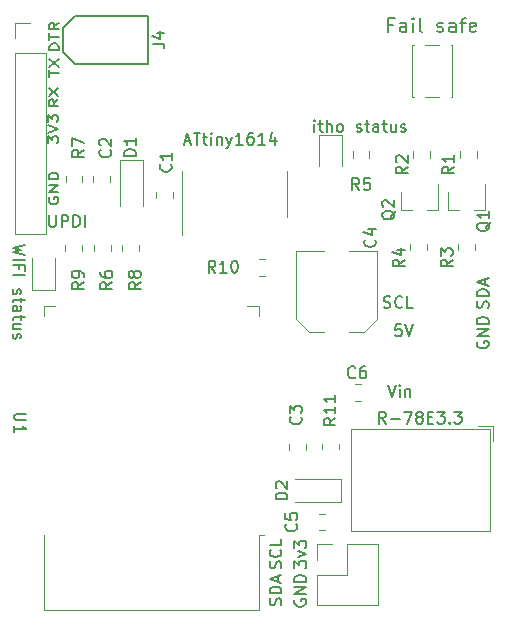
<source format=gto>
G04 #@! TF.GenerationSoftware,KiCad,Pcbnew,(5.1.9-0-10_14)*
G04 #@! TF.CreationDate,2021-08-21T21:39:00+02:00*
G04 #@! TF.ProjectId,ithowifi_4l,6974686f-7769-4666-995f-346c2e6b6963,rev?*
G04 #@! TF.SameCoordinates,Original*
G04 #@! TF.FileFunction,Legend,Top*
G04 #@! TF.FilePolarity,Positive*
%FSLAX46Y46*%
G04 Gerber Fmt 4.6, Leading zero omitted, Abs format (unit mm)*
G04 Created by KiCad (PCBNEW (5.1.9-0-10_14)) date 2021-08-21 21:39:00*
%MOMM*%
%LPD*%
G01*
G04 APERTURE LIST*
%ADD10C,0.150000*%
%ADD11C,0.120000*%
G04 APERTURE END LIST*
D10*
X117141523Y-132020380D02*
X116665333Y-132020380D01*
X116617714Y-132496571D01*
X116665333Y-132448952D01*
X116760571Y-132401333D01*
X116998666Y-132401333D01*
X117093904Y-132448952D01*
X117141523Y-132496571D01*
X117189142Y-132591809D01*
X117189142Y-132829904D01*
X117141523Y-132925142D01*
X117093904Y-132972761D01*
X116998666Y-133020380D01*
X116760571Y-133020380D01*
X116665333Y-132972761D01*
X116617714Y-132925142D01*
X117474857Y-132020380D02*
X117808190Y-133020380D01*
X118141523Y-132020380D01*
X108084380Y-152658476D02*
X108084380Y-152039428D01*
X108465333Y-152372761D01*
X108465333Y-152229904D01*
X108512952Y-152134666D01*
X108560571Y-152087047D01*
X108655809Y-152039428D01*
X108893904Y-152039428D01*
X108989142Y-152087047D01*
X109036761Y-152134666D01*
X109084380Y-152229904D01*
X109084380Y-152515619D01*
X109036761Y-152610857D01*
X108989142Y-152658476D01*
X108417714Y-151706095D02*
X109084380Y-151468000D01*
X108417714Y-151229904D01*
X108084380Y-150944190D02*
X108084380Y-150325142D01*
X108465333Y-150658476D01*
X108465333Y-150515619D01*
X108512952Y-150420380D01*
X108560571Y-150372761D01*
X108655809Y-150325142D01*
X108893904Y-150325142D01*
X108989142Y-150372761D01*
X109036761Y-150420380D01*
X109084380Y-150515619D01*
X109084380Y-150801333D01*
X109036761Y-150896571D01*
X108989142Y-150944190D01*
X108132000Y-155329904D02*
X108084380Y-155425142D01*
X108084380Y-155568000D01*
X108132000Y-155710857D01*
X108227238Y-155806095D01*
X108322476Y-155853714D01*
X108512952Y-155901333D01*
X108655809Y-155901333D01*
X108846285Y-155853714D01*
X108941523Y-155806095D01*
X109036761Y-155710857D01*
X109084380Y-155568000D01*
X109084380Y-155472761D01*
X109036761Y-155329904D01*
X108989142Y-155282285D01*
X108655809Y-155282285D01*
X108655809Y-155472761D01*
X109084380Y-154853714D02*
X108084380Y-154853714D01*
X109084380Y-154282285D01*
X108084380Y-154282285D01*
X109084380Y-153806095D02*
X108084380Y-153806095D01*
X108084380Y-153568000D01*
X108132000Y-153425142D01*
X108227238Y-153329904D01*
X108322476Y-153282285D01*
X108512952Y-153234666D01*
X108655809Y-153234666D01*
X108846285Y-153282285D01*
X108941523Y-153329904D01*
X109036761Y-153425142D01*
X109084380Y-153568000D01*
X109084380Y-153806095D01*
X106936761Y-155782285D02*
X106984380Y-155639428D01*
X106984380Y-155401333D01*
X106936761Y-155306095D01*
X106889142Y-155258476D01*
X106793904Y-155210857D01*
X106698666Y-155210857D01*
X106603428Y-155258476D01*
X106555809Y-155306095D01*
X106508190Y-155401333D01*
X106460571Y-155591809D01*
X106412952Y-155687047D01*
X106365333Y-155734666D01*
X106270095Y-155782285D01*
X106174857Y-155782285D01*
X106079619Y-155734666D01*
X106032000Y-155687047D01*
X105984380Y-155591809D01*
X105984380Y-155353714D01*
X106032000Y-155210857D01*
X106984380Y-154782285D02*
X105984380Y-154782285D01*
X105984380Y-154544190D01*
X106032000Y-154401333D01*
X106127238Y-154306095D01*
X106222476Y-154258476D01*
X106412952Y-154210857D01*
X106555809Y-154210857D01*
X106746285Y-154258476D01*
X106841523Y-154306095D01*
X106936761Y-154401333D01*
X106984380Y-154544190D01*
X106984380Y-154782285D01*
X106698666Y-153829904D02*
X106698666Y-153353714D01*
X106984380Y-153925142D02*
X105984380Y-153591809D01*
X106984380Y-153258476D01*
X106936761Y-152658476D02*
X106984380Y-152515619D01*
X106984380Y-152277523D01*
X106936761Y-152182285D01*
X106889142Y-152134666D01*
X106793904Y-152087047D01*
X106698666Y-152087047D01*
X106603428Y-152134666D01*
X106555809Y-152182285D01*
X106508190Y-152277523D01*
X106460571Y-152468000D01*
X106412952Y-152563238D01*
X106365333Y-152610857D01*
X106270095Y-152658476D01*
X106174857Y-152658476D01*
X106079619Y-152610857D01*
X106032000Y-152563238D01*
X105984380Y-152468000D01*
X105984380Y-152229904D01*
X106032000Y-152087047D01*
X106889142Y-151087047D02*
X106936761Y-151134666D01*
X106984380Y-151277523D01*
X106984380Y-151372761D01*
X106936761Y-151515619D01*
X106841523Y-151610857D01*
X106746285Y-151658476D01*
X106555809Y-151706095D01*
X106412952Y-151706095D01*
X106222476Y-151658476D01*
X106127238Y-151610857D01*
X106032000Y-151515619D01*
X105984380Y-151372761D01*
X105984380Y-151277523D01*
X106032000Y-151134666D01*
X106079619Y-151087047D01*
X106984380Y-150182285D02*
X106984380Y-150658476D01*
X105984380Y-150658476D01*
X87331600Y-121259504D02*
X87293504Y-121354742D01*
X87293504Y-121497600D01*
X87331600Y-121640457D01*
X87407790Y-121735695D01*
X87483980Y-121783314D01*
X87636361Y-121830933D01*
X87750647Y-121830933D01*
X87903028Y-121783314D01*
X87979219Y-121735695D01*
X88055409Y-121640457D01*
X88093504Y-121497600D01*
X88093504Y-121402361D01*
X88055409Y-121259504D01*
X88017314Y-121211885D01*
X87750647Y-121211885D01*
X87750647Y-121402361D01*
X88093504Y-120783314D02*
X87293504Y-120783314D01*
X88093504Y-120211885D01*
X87293504Y-120211885D01*
X88093504Y-119735695D02*
X87293504Y-119735695D01*
X87293504Y-119497600D01*
X87331600Y-119354742D01*
X87407790Y-119259504D01*
X87483980Y-119211885D01*
X87636361Y-119164266D01*
X87750647Y-119164266D01*
X87903028Y-119211885D01*
X87979219Y-119259504D01*
X88055409Y-119354742D01*
X88093504Y-119497600D01*
X88093504Y-119735695D01*
X87268104Y-116681095D02*
X87268104Y-116062047D01*
X87572866Y-116395380D01*
X87572866Y-116252523D01*
X87610961Y-116157285D01*
X87649057Y-116109666D01*
X87725247Y-116062047D01*
X87915723Y-116062047D01*
X87991914Y-116109666D01*
X88030009Y-116157285D01*
X88068104Y-116252523D01*
X88068104Y-116538238D01*
X88030009Y-116633476D01*
X87991914Y-116681095D01*
X87268104Y-115776333D02*
X88068104Y-115443000D01*
X87268104Y-115109666D01*
X87268104Y-114871571D02*
X87268104Y-114252523D01*
X87572866Y-114585857D01*
X87572866Y-114443000D01*
X87610961Y-114347761D01*
X87649057Y-114300142D01*
X87725247Y-114252523D01*
X87915723Y-114252523D01*
X87991914Y-114300142D01*
X88030009Y-114347761D01*
X88068104Y-114443000D01*
X88068104Y-114728714D01*
X88030009Y-114823952D01*
X87991914Y-114871571D01*
X87325390Y-122769380D02*
X87325390Y-123578904D01*
X87373009Y-123674142D01*
X87420628Y-123721761D01*
X87515866Y-123769380D01*
X87706342Y-123769380D01*
X87801580Y-123721761D01*
X87849200Y-123674142D01*
X87896819Y-123578904D01*
X87896819Y-122769380D01*
X88373009Y-123769380D02*
X88373009Y-122769380D01*
X88753961Y-122769380D01*
X88849200Y-122817000D01*
X88896819Y-122864619D01*
X88944438Y-122959857D01*
X88944438Y-123102714D01*
X88896819Y-123197952D01*
X88849200Y-123245571D01*
X88753961Y-123293190D01*
X88373009Y-123293190D01*
X89373009Y-123769380D02*
X89373009Y-122769380D01*
X89611104Y-122769380D01*
X89753961Y-122817000D01*
X89849200Y-122912238D01*
X89896819Y-123007476D01*
X89944438Y-123197952D01*
X89944438Y-123340809D01*
X89896819Y-123531285D01*
X89849200Y-123626523D01*
X89753961Y-123721761D01*
X89611104Y-123769380D01*
X89373009Y-123769380D01*
X90373009Y-123769380D02*
X90373009Y-122769380D01*
X88093504Y-112968066D02*
X87712552Y-113301400D01*
X88093504Y-113539495D02*
X87293504Y-113539495D01*
X87293504Y-113158542D01*
X87331600Y-113063304D01*
X87369695Y-113015685D01*
X87445885Y-112968066D01*
X87560171Y-112968066D01*
X87636361Y-113015685D01*
X87674457Y-113063304D01*
X87712552Y-113158542D01*
X87712552Y-113539495D01*
X87293504Y-112634733D02*
X88093504Y-111968066D01*
X87293504Y-111968066D02*
X88093504Y-112634733D01*
X87318904Y-111048704D02*
X87318904Y-110477276D01*
X88118904Y-110762990D02*
X87318904Y-110762990D01*
X87318904Y-110239180D02*
X88118904Y-109572514D01*
X87318904Y-109572514D02*
X88118904Y-110239180D01*
X88144304Y-108788057D02*
X87344304Y-108788057D01*
X87344304Y-108549961D01*
X87382400Y-108407104D01*
X87458590Y-108311866D01*
X87534780Y-108264247D01*
X87687161Y-108216628D01*
X87801447Y-108216628D01*
X87953828Y-108264247D01*
X88030019Y-108311866D01*
X88106209Y-108407104D01*
X88144304Y-108549961D01*
X88144304Y-108788057D01*
X87344304Y-107930914D02*
X87344304Y-107359485D01*
X88144304Y-107645200D02*
X87344304Y-107645200D01*
X88144304Y-106454723D02*
X87763352Y-106788057D01*
X88144304Y-107026152D02*
X87344304Y-107026152D01*
X87344304Y-106645200D01*
X87382400Y-106549961D01*
X87420495Y-106502342D01*
X87496685Y-106454723D01*
X87610971Y-106454723D01*
X87687161Y-106502342D01*
X87725257Y-106549961D01*
X87763352Y-106645200D01*
X87763352Y-107026152D01*
X116008190Y-137120380D02*
X116341523Y-138120380D01*
X116674857Y-137120380D01*
X117008190Y-138120380D02*
X117008190Y-137453714D01*
X117008190Y-137120380D02*
X116960571Y-137168000D01*
X117008190Y-137215619D01*
X117055809Y-137168000D01*
X117008190Y-137120380D01*
X117008190Y-137215619D01*
X117484380Y-137453714D02*
X117484380Y-138120380D01*
X117484380Y-137548952D02*
X117532000Y-137501333D01*
X117627238Y-137453714D01*
X117770095Y-137453714D01*
X117865333Y-137501333D01*
X117912952Y-137596571D01*
X117912952Y-138120380D01*
X123579000Y-133476904D02*
X123531380Y-133572142D01*
X123531380Y-133715000D01*
X123579000Y-133857857D01*
X123674238Y-133953095D01*
X123769476Y-134000714D01*
X123959952Y-134048333D01*
X124102809Y-134048333D01*
X124293285Y-134000714D01*
X124388523Y-133953095D01*
X124483761Y-133857857D01*
X124531380Y-133715000D01*
X124531380Y-133619761D01*
X124483761Y-133476904D01*
X124436142Y-133429285D01*
X124102809Y-133429285D01*
X124102809Y-133619761D01*
X124531380Y-133000714D02*
X123531380Y-133000714D01*
X124531380Y-132429285D01*
X123531380Y-132429285D01*
X124531380Y-131953095D02*
X123531380Y-131953095D01*
X123531380Y-131715000D01*
X123579000Y-131572142D01*
X123674238Y-131476904D01*
X123769476Y-131429285D01*
X123959952Y-131381666D01*
X124102809Y-131381666D01*
X124293285Y-131429285D01*
X124388523Y-131476904D01*
X124483761Y-131572142D01*
X124531380Y-131715000D01*
X124531380Y-131953095D01*
X115649523Y-130579761D02*
X115792380Y-130627380D01*
X116030476Y-130627380D01*
X116125714Y-130579761D01*
X116173333Y-130532142D01*
X116220952Y-130436904D01*
X116220952Y-130341666D01*
X116173333Y-130246428D01*
X116125714Y-130198809D01*
X116030476Y-130151190D01*
X115840000Y-130103571D01*
X115744761Y-130055952D01*
X115697142Y-130008333D01*
X115649523Y-129913095D01*
X115649523Y-129817857D01*
X115697142Y-129722619D01*
X115744761Y-129675000D01*
X115840000Y-129627380D01*
X116078095Y-129627380D01*
X116220952Y-129675000D01*
X117220952Y-130532142D02*
X117173333Y-130579761D01*
X117030476Y-130627380D01*
X116935238Y-130627380D01*
X116792380Y-130579761D01*
X116697142Y-130484523D01*
X116649523Y-130389285D01*
X116601904Y-130198809D01*
X116601904Y-130055952D01*
X116649523Y-129865476D01*
X116697142Y-129770238D01*
X116792380Y-129675000D01*
X116935238Y-129627380D01*
X117030476Y-129627380D01*
X117173333Y-129675000D01*
X117220952Y-129722619D01*
X118125714Y-130627380D02*
X117649523Y-130627380D01*
X117649523Y-129627380D01*
X124483761Y-130627285D02*
X124531380Y-130484428D01*
X124531380Y-130246333D01*
X124483761Y-130151095D01*
X124436142Y-130103476D01*
X124340904Y-130055857D01*
X124245666Y-130055857D01*
X124150428Y-130103476D01*
X124102809Y-130151095D01*
X124055190Y-130246333D01*
X124007571Y-130436809D01*
X123959952Y-130532047D01*
X123912333Y-130579666D01*
X123817095Y-130627285D01*
X123721857Y-130627285D01*
X123626619Y-130579666D01*
X123579000Y-130532047D01*
X123531380Y-130436809D01*
X123531380Y-130198714D01*
X123579000Y-130055857D01*
X124531380Y-129627285D02*
X123531380Y-129627285D01*
X123531380Y-129389190D01*
X123579000Y-129246333D01*
X123674238Y-129151095D01*
X123769476Y-129103476D01*
X123959952Y-129055857D01*
X124102809Y-129055857D01*
X124293285Y-129103476D01*
X124388523Y-129151095D01*
X124483761Y-129246333D01*
X124531380Y-129389190D01*
X124531380Y-129627285D01*
X124245666Y-128674904D02*
X124245666Y-128198714D01*
X124531380Y-128770142D02*
X123531380Y-128436809D01*
X124531380Y-128103476D01*
D11*
X118177000Y-108343000D02*
X118057000Y-108343000D01*
X120327000Y-108343000D02*
X119187000Y-108343000D01*
X121457000Y-108343000D02*
X121337000Y-108343000D01*
X121457000Y-112743000D02*
X121457000Y-108343000D01*
X121337000Y-112743000D02*
X121457000Y-112743000D01*
X119187000Y-112743000D02*
X120327000Y-112743000D01*
X118057000Y-112743000D02*
X118177000Y-112743000D01*
X118057000Y-108343000D02*
X118057000Y-112743000D01*
X111906500Y-142604564D02*
X111906500Y-142150436D01*
X110436500Y-142604564D02*
X110436500Y-142150436D01*
X112025500Y-147084000D02*
X108125500Y-147084000D01*
X112025500Y-145084000D02*
X108125500Y-145084000D01*
X112025500Y-147084000D02*
X112025500Y-145084000D01*
X95280500Y-118116500D02*
X95280500Y-122016500D01*
X93280500Y-118116500D02*
X93280500Y-122016500D01*
X95280500Y-118116500D02*
X93280500Y-118116500D01*
X109112500Y-142662252D02*
X109112500Y-142139748D01*
X107642500Y-142662252D02*
X107642500Y-142139748D01*
X113743252Y-137033000D02*
X113220748Y-137033000D01*
X113743252Y-138503000D02*
X113220748Y-138503000D01*
X113977563Y-132640500D02*
X115042000Y-131576063D01*
X109286437Y-132640500D02*
X108222000Y-131576063D01*
X109286437Y-132640500D02*
X110572000Y-132640500D01*
X113977563Y-132640500D02*
X112692000Y-132640500D01*
X115042000Y-131576063D02*
X115042000Y-125820500D01*
X108222000Y-131576063D02*
X108222000Y-125820500D01*
X108222000Y-125820500D02*
X110572000Y-125820500D01*
X115042000Y-125820500D02*
X112692000Y-125820500D01*
X109962000Y-150598000D02*
X111292000Y-150598000D01*
X109962000Y-151928000D02*
X109962000Y-150598000D01*
X112562000Y-150598000D02*
X115162000Y-150598000D01*
X112562000Y-153198000D02*
X112562000Y-150598000D01*
X109962000Y-153198000D02*
X112562000Y-153198000D01*
X115162000Y-150598000D02*
X115162000Y-155798000D01*
X109962000Y-153198000D02*
X109962000Y-155798000D01*
X109962000Y-155798000D02*
X115162000Y-155798000D01*
X107467600Y-120966000D02*
X107467600Y-119016000D01*
X107467600Y-120966000D02*
X107467600Y-122916000D01*
X98597600Y-120966000D02*
X98597600Y-119016000D01*
X98597600Y-120966000D02*
X98597600Y-124416000D01*
D10*
X95719000Y-109933400D02*
X95719000Y-105869400D01*
X95719000Y-105869400D02*
X89496000Y-105869400D01*
X89496000Y-105869400D02*
X88480000Y-106885400D01*
X88480000Y-106885400D02*
X88480000Y-108917400D01*
X88480000Y-108917400D02*
X89496000Y-109933400D01*
X89496000Y-109933400D02*
X95719000Y-109933400D01*
D11*
X105097600Y-149805400D02*
X105477600Y-149805400D01*
X105097600Y-156225400D02*
X105097600Y-149805400D01*
X86857600Y-156225400D02*
X86857600Y-149805400D01*
X105097600Y-156225400D02*
X86857600Y-156225400D01*
X86857600Y-130480400D02*
X87857600Y-130480400D01*
X86857600Y-131260400D02*
X86857600Y-130480400D01*
X105097600Y-130480400D02*
X104097600Y-130480400D01*
X105097600Y-131260400D02*
X105097600Y-130480400D01*
X105110922Y-127878000D02*
X105628078Y-127878000D01*
X105110922Y-126458000D02*
X105628078Y-126458000D01*
X87828000Y-129089100D02*
X87828000Y-126404100D01*
X85908000Y-129089100D02*
X87828000Y-129089100D01*
X85908000Y-126404100D02*
X85908000Y-129089100D01*
X88698000Y-125265922D02*
X88698000Y-125783078D01*
X90118000Y-125265922D02*
X90118000Y-125783078D01*
X94944000Y-125783078D02*
X94944000Y-125265922D01*
X93524000Y-125783078D02*
X93524000Y-125265922D01*
X90142000Y-119989078D02*
X90142000Y-119471922D01*
X88722000Y-119989078D02*
X88722000Y-119471922D01*
X84395000Y-106467600D02*
X85725000Y-106467600D01*
X84395000Y-107797600D02*
X84395000Y-106467600D01*
X84395000Y-109067600D02*
X87055000Y-109067600D01*
X87055000Y-109067600D02*
X87055000Y-124367600D01*
X84395000Y-109067600D02*
X84395000Y-124367600D01*
X84395000Y-124367600D02*
X87055000Y-124367600D01*
X110178322Y-149461000D02*
X110695478Y-149461000D01*
X110178322Y-148041000D02*
X110695478Y-148041000D01*
X92442000Y-119964078D02*
X92442000Y-119446922D01*
X91022000Y-119964078D02*
X91022000Y-119446922D01*
X110172000Y-115945500D02*
X110172000Y-118630500D01*
X112092000Y-115945500D02*
X110172000Y-115945500D01*
X112092000Y-118630500D02*
X112092000Y-115945500D01*
X91111000Y-125783078D02*
X91111000Y-125265922D01*
X92531000Y-125783078D02*
X92531000Y-125265922D01*
X113022000Y-117371922D02*
X113022000Y-117889078D01*
X114442000Y-117371922D02*
X114442000Y-117889078D01*
X117908000Y-125202422D02*
X117908000Y-125719578D01*
X119328000Y-125202422D02*
X119328000Y-125719578D01*
X121972000Y-125202422D02*
X121972000Y-125719578D01*
X123392000Y-125202422D02*
X123392000Y-125719578D01*
X118162000Y-117365822D02*
X118162000Y-117882978D01*
X119582000Y-117365822D02*
X119582000Y-117882978D01*
X123569800Y-117882978D02*
X123569800Y-117365822D01*
X122149800Y-117882978D02*
X122149800Y-117365822D01*
X96404400Y-121312678D02*
X96404400Y-120795522D01*
X97824400Y-121312678D02*
X97824400Y-120795522D01*
X117078600Y-122299000D02*
X117078600Y-120839000D01*
X120238600Y-122299000D02*
X120238600Y-120139000D01*
X120238600Y-122299000D02*
X119308600Y-122299000D01*
X117078600Y-122299000D02*
X118008600Y-122299000D01*
X121076600Y-122299000D02*
X121076600Y-120839000D01*
X124236600Y-122299000D02*
X124236600Y-120139000D01*
X124236600Y-122299000D02*
X123306600Y-122299000D01*
X121076600Y-122299000D02*
X122006600Y-122299000D01*
X124870600Y-140651200D02*
X123630600Y-140651200D01*
X124870600Y-141891200D02*
X124870600Y-140651200D01*
X112909600Y-149511200D02*
X112909600Y-140891200D01*
X124630600Y-149511200D02*
X124630600Y-140891200D01*
X124630600Y-140891200D02*
X112909600Y-140891200D01*
X124630600Y-149511200D02*
X112909600Y-149511200D01*
D10*
X116417714Y-106632285D02*
X116017714Y-106632285D01*
X116017714Y-107260857D02*
X116017714Y-106060857D01*
X116589142Y-106060857D01*
X117560571Y-107260857D02*
X117560571Y-106632285D01*
X117503428Y-106518000D01*
X117389142Y-106460857D01*
X117160571Y-106460857D01*
X117046285Y-106518000D01*
X117560571Y-107203714D02*
X117446285Y-107260857D01*
X117160571Y-107260857D01*
X117046285Y-107203714D01*
X116989142Y-107089428D01*
X116989142Y-106975142D01*
X117046285Y-106860857D01*
X117160571Y-106803714D01*
X117446285Y-106803714D01*
X117560571Y-106746571D01*
X118132000Y-107260857D02*
X118132000Y-106460857D01*
X118132000Y-106060857D02*
X118074857Y-106118000D01*
X118132000Y-106175142D01*
X118189142Y-106118000D01*
X118132000Y-106060857D01*
X118132000Y-106175142D01*
X118874857Y-107260857D02*
X118760571Y-107203714D01*
X118703428Y-107089428D01*
X118703428Y-106060857D01*
X120189142Y-107203714D02*
X120303428Y-107260857D01*
X120532000Y-107260857D01*
X120646285Y-107203714D01*
X120703428Y-107089428D01*
X120703428Y-107032285D01*
X120646285Y-106918000D01*
X120532000Y-106860857D01*
X120360571Y-106860857D01*
X120246285Y-106803714D01*
X120189142Y-106689428D01*
X120189142Y-106632285D01*
X120246285Y-106518000D01*
X120360571Y-106460857D01*
X120532000Y-106460857D01*
X120646285Y-106518000D01*
X121732000Y-107260857D02*
X121732000Y-106632285D01*
X121674857Y-106518000D01*
X121560571Y-106460857D01*
X121332000Y-106460857D01*
X121217714Y-106518000D01*
X121732000Y-107203714D02*
X121617714Y-107260857D01*
X121332000Y-107260857D01*
X121217714Y-107203714D01*
X121160571Y-107089428D01*
X121160571Y-106975142D01*
X121217714Y-106860857D01*
X121332000Y-106803714D01*
X121617714Y-106803714D01*
X121732000Y-106746571D01*
X122132000Y-106460857D02*
X122589142Y-106460857D01*
X122303428Y-107260857D02*
X122303428Y-106232285D01*
X122360571Y-106118000D01*
X122474857Y-106060857D01*
X122589142Y-106060857D01*
X123446285Y-107203714D02*
X123332000Y-107260857D01*
X123103428Y-107260857D01*
X122989142Y-107203714D01*
X122932000Y-107089428D01*
X122932000Y-106632285D01*
X122989142Y-106518000D01*
X123103428Y-106460857D01*
X123332000Y-106460857D01*
X123446285Y-106518000D01*
X123503428Y-106632285D01*
X123503428Y-106746571D01*
X122932000Y-106860857D01*
X111560380Y-139932357D02*
X111084190Y-140265690D01*
X111560380Y-140503785D02*
X110560380Y-140503785D01*
X110560380Y-140122833D01*
X110608000Y-140027595D01*
X110655619Y-139979976D01*
X110750857Y-139932357D01*
X110893714Y-139932357D01*
X110988952Y-139979976D01*
X111036571Y-140027595D01*
X111084190Y-140122833D01*
X111084190Y-140503785D01*
X111560380Y-138979976D02*
X111560380Y-139551404D01*
X111560380Y-139265690D02*
X110560380Y-139265690D01*
X110703238Y-139360928D01*
X110798476Y-139456166D01*
X110846095Y-139551404D01*
X111560380Y-138027595D02*
X111560380Y-138599023D01*
X111560380Y-138313309D02*
X110560380Y-138313309D01*
X110703238Y-138408547D01*
X110798476Y-138503785D01*
X110846095Y-138599023D01*
X107496380Y-146822095D02*
X106496380Y-146822095D01*
X106496380Y-146584000D01*
X106544000Y-146441142D01*
X106639238Y-146345904D01*
X106734476Y-146298285D01*
X106924952Y-146250666D01*
X107067809Y-146250666D01*
X107258285Y-146298285D01*
X107353523Y-146345904D01*
X107448761Y-146441142D01*
X107496380Y-146584000D01*
X107496380Y-146822095D01*
X106591619Y-145869714D02*
X106544000Y-145822095D01*
X106496380Y-145726857D01*
X106496380Y-145488761D01*
X106544000Y-145393523D01*
X106591619Y-145345904D01*
X106686857Y-145298285D01*
X106782095Y-145298285D01*
X106924952Y-145345904D01*
X107496380Y-145917333D01*
X107496380Y-145298285D01*
X94669380Y-117739095D02*
X93669380Y-117739095D01*
X93669380Y-117501000D01*
X93717000Y-117358142D01*
X93812238Y-117262904D01*
X93907476Y-117215285D01*
X94097952Y-117167666D01*
X94240809Y-117167666D01*
X94431285Y-117215285D01*
X94526523Y-117262904D01*
X94621761Y-117358142D01*
X94669380Y-117501000D01*
X94669380Y-117739095D01*
X94669380Y-116215285D02*
X94669380Y-116786714D01*
X94669380Y-116501000D02*
X93669380Y-116501000D01*
X93812238Y-116596238D01*
X93907476Y-116691476D01*
X93955095Y-116786714D01*
X108607642Y-139837166D02*
X108655261Y-139884785D01*
X108702880Y-140027642D01*
X108702880Y-140122880D01*
X108655261Y-140265738D01*
X108560023Y-140360976D01*
X108464785Y-140408595D01*
X108274309Y-140456214D01*
X108131452Y-140456214D01*
X107940976Y-140408595D01*
X107845738Y-140360976D01*
X107750500Y-140265738D01*
X107702880Y-140122880D01*
X107702880Y-140027642D01*
X107750500Y-139884785D01*
X107798119Y-139837166D01*
X107702880Y-139503833D02*
X107702880Y-138884785D01*
X108083833Y-139218119D01*
X108083833Y-139075261D01*
X108131452Y-138980023D01*
X108179071Y-138932404D01*
X108274309Y-138884785D01*
X108512404Y-138884785D01*
X108607642Y-138932404D01*
X108655261Y-138980023D01*
X108702880Y-139075261D01*
X108702880Y-139360976D01*
X108655261Y-139456214D01*
X108607642Y-139503833D01*
X113227333Y-136471642D02*
X113179714Y-136519261D01*
X113036857Y-136566880D01*
X112941619Y-136566880D01*
X112798761Y-136519261D01*
X112703523Y-136424023D01*
X112655904Y-136328785D01*
X112608285Y-136138309D01*
X112608285Y-135995452D01*
X112655904Y-135804976D01*
X112703523Y-135709738D01*
X112798761Y-135614500D01*
X112941619Y-135566880D01*
X113036857Y-135566880D01*
X113179714Y-135614500D01*
X113227333Y-135662119D01*
X114084476Y-135566880D02*
X113894000Y-135566880D01*
X113798761Y-135614500D01*
X113751142Y-135662119D01*
X113655904Y-135804976D01*
X113608285Y-135995452D01*
X113608285Y-136376404D01*
X113655904Y-136471642D01*
X113703523Y-136519261D01*
X113798761Y-136566880D01*
X113989238Y-136566880D01*
X114084476Y-136519261D01*
X114132095Y-136471642D01*
X114179714Y-136376404D01*
X114179714Y-136138309D01*
X114132095Y-136043071D01*
X114084476Y-135995452D01*
X113989238Y-135947833D01*
X113798761Y-135947833D01*
X113703523Y-135995452D01*
X113655904Y-136043071D01*
X113608285Y-136138309D01*
X114889142Y-124834666D02*
X114936761Y-124882285D01*
X114984380Y-125025142D01*
X114984380Y-125120380D01*
X114936761Y-125263238D01*
X114841523Y-125358476D01*
X114746285Y-125406095D01*
X114555809Y-125453714D01*
X114412952Y-125453714D01*
X114222476Y-125406095D01*
X114127238Y-125358476D01*
X114032000Y-125263238D01*
X113984380Y-125120380D01*
X113984380Y-125025142D01*
X114032000Y-124882285D01*
X114079619Y-124834666D01*
X114317714Y-123977523D02*
X114984380Y-123977523D01*
X113936761Y-124215619D02*
X114651047Y-124453714D01*
X114651047Y-123834666D01*
X98796047Y-116498666D02*
X99272238Y-116498666D01*
X98700809Y-116784380D02*
X99034142Y-115784380D01*
X99367476Y-116784380D01*
X99557952Y-115784380D02*
X100129380Y-115784380D01*
X99843666Y-116784380D02*
X99843666Y-115784380D01*
X100319857Y-116117714D02*
X100700809Y-116117714D01*
X100462714Y-115784380D02*
X100462714Y-116641523D01*
X100510333Y-116736761D01*
X100605571Y-116784380D01*
X100700809Y-116784380D01*
X101034142Y-116784380D02*
X101034142Y-116117714D01*
X101034142Y-115784380D02*
X100986523Y-115832000D01*
X101034142Y-115879619D01*
X101081761Y-115832000D01*
X101034142Y-115784380D01*
X101034142Y-115879619D01*
X101510333Y-116117714D02*
X101510333Y-116784380D01*
X101510333Y-116212952D02*
X101557952Y-116165333D01*
X101653190Y-116117714D01*
X101796047Y-116117714D01*
X101891285Y-116165333D01*
X101938904Y-116260571D01*
X101938904Y-116784380D01*
X102319857Y-116117714D02*
X102557952Y-116784380D01*
X102796047Y-116117714D02*
X102557952Y-116784380D01*
X102462714Y-117022476D01*
X102415095Y-117070095D01*
X102319857Y-117117714D01*
X103700809Y-116784380D02*
X103129380Y-116784380D01*
X103415095Y-116784380D02*
X103415095Y-115784380D01*
X103319857Y-115927238D01*
X103224619Y-116022476D01*
X103129380Y-116070095D01*
X104557952Y-115784380D02*
X104367476Y-115784380D01*
X104272238Y-115832000D01*
X104224619Y-115879619D01*
X104129380Y-116022476D01*
X104081761Y-116212952D01*
X104081761Y-116593904D01*
X104129380Y-116689142D01*
X104177000Y-116736761D01*
X104272238Y-116784380D01*
X104462714Y-116784380D01*
X104557952Y-116736761D01*
X104605571Y-116689142D01*
X104653190Y-116593904D01*
X104653190Y-116355809D01*
X104605571Y-116260571D01*
X104557952Y-116212952D01*
X104462714Y-116165333D01*
X104272238Y-116165333D01*
X104177000Y-116212952D01*
X104129380Y-116260571D01*
X104081761Y-116355809D01*
X105605571Y-116784380D02*
X105034142Y-116784380D01*
X105319857Y-116784380D02*
X105319857Y-115784380D01*
X105224619Y-115927238D01*
X105129380Y-116022476D01*
X105034142Y-116070095D01*
X106462714Y-116117714D02*
X106462714Y-116784380D01*
X106224619Y-115736761D02*
X105986523Y-116451047D01*
X106605571Y-116451047D01*
X96084380Y-108247433D02*
X96798666Y-108247433D01*
X96941523Y-108295052D01*
X97036761Y-108390290D01*
X97084380Y-108533147D01*
X97084380Y-108628385D01*
X96417714Y-107342671D02*
X97084380Y-107342671D01*
X96036761Y-107580766D02*
X96751047Y-107818861D01*
X96751047Y-107199814D01*
X85383619Y-139573095D02*
X84574095Y-139573095D01*
X84478857Y-139620714D01*
X84431238Y-139668333D01*
X84383619Y-139763571D01*
X84383619Y-139954047D01*
X84431238Y-140049285D01*
X84478857Y-140096904D01*
X84574095Y-140144523D01*
X85383619Y-140144523D01*
X84383619Y-141144523D02*
X84383619Y-140573095D01*
X84383619Y-140858809D02*
X85383619Y-140858809D01*
X85240761Y-140763571D01*
X85145523Y-140668333D01*
X85097904Y-140573095D01*
X101389142Y-127620380D02*
X101055809Y-127144190D01*
X100817714Y-127620380D02*
X100817714Y-126620380D01*
X101198666Y-126620380D01*
X101293904Y-126668000D01*
X101341523Y-126715619D01*
X101389142Y-126810857D01*
X101389142Y-126953714D01*
X101341523Y-127048952D01*
X101293904Y-127096571D01*
X101198666Y-127144190D01*
X100817714Y-127144190D01*
X102341523Y-127620380D02*
X101770095Y-127620380D01*
X102055809Y-127620380D02*
X102055809Y-126620380D01*
X101960571Y-126763238D01*
X101865333Y-126858476D01*
X101770095Y-126906095D01*
X102960571Y-126620380D02*
X103055809Y-126620380D01*
X103151047Y-126668000D01*
X103198666Y-126715619D01*
X103246285Y-126810857D01*
X103293904Y-127001333D01*
X103293904Y-127239428D01*
X103246285Y-127429904D01*
X103198666Y-127525142D01*
X103151047Y-127572761D01*
X103055809Y-127620380D01*
X102960571Y-127620380D01*
X102865333Y-127572761D01*
X102817714Y-127525142D01*
X102770095Y-127429904D01*
X102722476Y-127239428D01*
X102722476Y-127001333D01*
X102770095Y-126810857D01*
X102817714Y-126715619D01*
X102865333Y-126668000D01*
X102960571Y-126620380D01*
X85256619Y-125286000D02*
X84256619Y-125524095D01*
X84970904Y-125714571D01*
X84256619Y-125905047D01*
X85256619Y-126143142D01*
X84256619Y-126524095D02*
X85256619Y-126524095D01*
X84780428Y-127333619D02*
X84780428Y-127000285D01*
X84256619Y-127000285D02*
X85256619Y-127000285D01*
X85256619Y-127476476D01*
X84256619Y-127857428D02*
X85256619Y-127857428D01*
X84304238Y-129047904D02*
X84256619Y-129143142D01*
X84256619Y-129333619D01*
X84304238Y-129428857D01*
X84399476Y-129476476D01*
X84447095Y-129476476D01*
X84542333Y-129428857D01*
X84589952Y-129333619D01*
X84589952Y-129190761D01*
X84637571Y-129095523D01*
X84732809Y-129047904D01*
X84780428Y-129047904D01*
X84875666Y-129095523D01*
X84923285Y-129190761D01*
X84923285Y-129333619D01*
X84875666Y-129428857D01*
X84923285Y-129762190D02*
X84923285Y-130143142D01*
X85256619Y-129905047D02*
X84399476Y-129905047D01*
X84304238Y-129952666D01*
X84256619Y-130047904D01*
X84256619Y-130143142D01*
X84256619Y-130905047D02*
X84780428Y-130905047D01*
X84875666Y-130857428D01*
X84923285Y-130762190D01*
X84923285Y-130571714D01*
X84875666Y-130476476D01*
X84304238Y-130905047D02*
X84256619Y-130809809D01*
X84256619Y-130571714D01*
X84304238Y-130476476D01*
X84399476Y-130428857D01*
X84494714Y-130428857D01*
X84589952Y-130476476D01*
X84637571Y-130571714D01*
X84637571Y-130809809D01*
X84685190Y-130905047D01*
X84923285Y-131238380D02*
X84923285Y-131619333D01*
X85256619Y-131381238D02*
X84399476Y-131381238D01*
X84304238Y-131428857D01*
X84256619Y-131524095D01*
X84256619Y-131619333D01*
X84923285Y-132381238D02*
X84256619Y-132381238D01*
X84923285Y-131952666D02*
X84399476Y-131952666D01*
X84304238Y-132000285D01*
X84256619Y-132095523D01*
X84256619Y-132238380D01*
X84304238Y-132333619D01*
X84351857Y-132381238D01*
X84304238Y-132809809D02*
X84256619Y-132905047D01*
X84256619Y-133095523D01*
X84304238Y-133190761D01*
X84399476Y-133238380D01*
X84447095Y-133238380D01*
X84542333Y-133190761D01*
X84589952Y-133095523D01*
X84589952Y-132952666D01*
X84637571Y-132857428D01*
X84732809Y-132809809D01*
X84780428Y-132809809D01*
X84875666Y-132857428D01*
X84923285Y-132952666D01*
X84923285Y-133095523D01*
X84875666Y-133190761D01*
X90241380Y-128436666D02*
X89765190Y-128770000D01*
X90241380Y-129008095D02*
X89241380Y-129008095D01*
X89241380Y-128627142D01*
X89289000Y-128531904D01*
X89336619Y-128484285D01*
X89431857Y-128436666D01*
X89574714Y-128436666D01*
X89669952Y-128484285D01*
X89717571Y-128531904D01*
X89765190Y-128627142D01*
X89765190Y-129008095D01*
X90241380Y-127960476D02*
X90241380Y-127770000D01*
X90193761Y-127674761D01*
X90146142Y-127627142D01*
X90003285Y-127531904D01*
X89812809Y-127484285D01*
X89431857Y-127484285D01*
X89336619Y-127531904D01*
X89289000Y-127579523D01*
X89241380Y-127674761D01*
X89241380Y-127865238D01*
X89289000Y-127960476D01*
X89336619Y-128008095D01*
X89431857Y-128055714D01*
X89669952Y-128055714D01*
X89765190Y-128008095D01*
X89812809Y-127960476D01*
X89860428Y-127865238D01*
X89860428Y-127674761D01*
X89812809Y-127579523D01*
X89765190Y-127531904D01*
X89669952Y-127484285D01*
X95067380Y-128436666D02*
X94591190Y-128770000D01*
X95067380Y-129008095D02*
X94067380Y-129008095D01*
X94067380Y-128627142D01*
X94115000Y-128531904D01*
X94162619Y-128484285D01*
X94257857Y-128436666D01*
X94400714Y-128436666D01*
X94495952Y-128484285D01*
X94543571Y-128531904D01*
X94591190Y-128627142D01*
X94591190Y-129008095D01*
X94495952Y-127865238D02*
X94448333Y-127960476D01*
X94400714Y-128008095D01*
X94305476Y-128055714D01*
X94257857Y-128055714D01*
X94162619Y-128008095D01*
X94115000Y-127960476D01*
X94067380Y-127865238D01*
X94067380Y-127674761D01*
X94115000Y-127579523D01*
X94162619Y-127531904D01*
X94257857Y-127484285D01*
X94305476Y-127484285D01*
X94400714Y-127531904D01*
X94448333Y-127579523D01*
X94495952Y-127674761D01*
X94495952Y-127865238D01*
X94543571Y-127960476D01*
X94591190Y-128008095D01*
X94686428Y-128055714D01*
X94876904Y-128055714D01*
X94972142Y-128008095D01*
X95019761Y-127960476D01*
X95067380Y-127865238D01*
X95067380Y-127674761D01*
X95019761Y-127579523D01*
X94972142Y-127531904D01*
X94876904Y-127484285D01*
X94686428Y-127484285D01*
X94591190Y-127531904D01*
X94543571Y-127579523D01*
X94495952Y-127674761D01*
X90284380Y-117234666D02*
X89808190Y-117568000D01*
X90284380Y-117806095D02*
X89284380Y-117806095D01*
X89284380Y-117425142D01*
X89332000Y-117329904D01*
X89379619Y-117282285D01*
X89474857Y-117234666D01*
X89617714Y-117234666D01*
X89712952Y-117282285D01*
X89760571Y-117329904D01*
X89808190Y-117425142D01*
X89808190Y-117806095D01*
X89284380Y-116901333D02*
X89284380Y-116234666D01*
X90284380Y-116663238D01*
X108226642Y-148917666D02*
X108274261Y-148965285D01*
X108321880Y-149108142D01*
X108321880Y-149203380D01*
X108274261Y-149346238D01*
X108179023Y-149441476D01*
X108083785Y-149489095D01*
X107893309Y-149536714D01*
X107750452Y-149536714D01*
X107559976Y-149489095D01*
X107464738Y-149441476D01*
X107369500Y-149346238D01*
X107321880Y-149203380D01*
X107321880Y-149108142D01*
X107369500Y-148965285D01*
X107417119Y-148917666D01*
X107321880Y-148012904D02*
X107321880Y-148489095D01*
X107798071Y-148536714D01*
X107750452Y-148489095D01*
X107702833Y-148393857D01*
X107702833Y-148155761D01*
X107750452Y-148060523D01*
X107798071Y-148012904D01*
X107893309Y-147965285D01*
X108131404Y-147965285D01*
X108226642Y-148012904D01*
X108274261Y-148060523D01*
X108321880Y-148155761D01*
X108321880Y-148393857D01*
X108274261Y-148489095D01*
X108226642Y-148536714D01*
X92489142Y-117234666D02*
X92536761Y-117282285D01*
X92584380Y-117425142D01*
X92584380Y-117520380D01*
X92536761Y-117663238D01*
X92441523Y-117758476D01*
X92346285Y-117806095D01*
X92155809Y-117853714D01*
X92012952Y-117853714D01*
X91822476Y-117806095D01*
X91727238Y-117758476D01*
X91632000Y-117663238D01*
X91584380Y-117520380D01*
X91584380Y-117425142D01*
X91632000Y-117282285D01*
X91679619Y-117234666D01*
X91679619Y-116853714D02*
X91632000Y-116806095D01*
X91584380Y-116710857D01*
X91584380Y-116472761D01*
X91632000Y-116377523D01*
X91679619Y-116329904D01*
X91774857Y-116282285D01*
X91870095Y-116282285D01*
X92012952Y-116329904D01*
X92584380Y-116901333D01*
X92584380Y-116282285D01*
X109774857Y-115720380D02*
X109774857Y-115053714D01*
X109774857Y-114720380D02*
X109727238Y-114768000D01*
X109774857Y-114815619D01*
X109822476Y-114768000D01*
X109774857Y-114720380D01*
X109774857Y-114815619D01*
X110108190Y-115053714D02*
X110489142Y-115053714D01*
X110251047Y-114720380D02*
X110251047Y-115577523D01*
X110298666Y-115672761D01*
X110393904Y-115720380D01*
X110489142Y-115720380D01*
X110822476Y-115720380D02*
X110822476Y-114720380D01*
X111251047Y-115720380D02*
X111251047Y-115196571D01*
X111203428Y-115101333D01*
X111108190Y-115053714D01*
X110965333Y-115053714D01*
X110870095Y-115101333D01*
X110822476Y-115148952D01*
X111870095Y-115720380D02*
X111774857Y-115672761D01*
X111727238Y-115625142D01*
X111679619Y-115529904D01*
X111679619Y-115244190D01*
X111727238Y-115148952D01*
X111774857Y-115101333D01*
X111870095Y-115053714D01*
X112012952Y-115053714D01*
X112108190Y-115101333D01*
X112155809Y-115148952D01*
X112203428Y-115244190D01*
X112203428Y-115529904D01*
X112155809Y-115625142D01*
X112108190Y-115672761D01*
X112012952Y-115720380D01*
X111870095Y-115720380D01*
X113346285Y-115672761D02*
X113441523Y-115720380D01*
X113632000Y-115720380D01*
X113727238Y-115672761D01*
X113774857Y-115577523D01*
X113774857Y-115529904D01*
X113727238Y-115434666D01*
X113632000Y-115387047D01*
X113489142Y-115387047D01*
X113393904Y-115339428D01*
X113346285Y-115244190D01*
X113346285Y-115196571D01*
X113393904Y-115101333D01*
X113489142Y-115053714D01*
X113632000Y-115053714D01*
X113727238Y-115101333D01*
X114060571Y-115053714D02*
X114441523Y-115053714D01*
X114203428Y-114720380D02*
X114203428Y-115577523D01*
X114251047Y-115672761D01*
X114346285Y-115720380D01*
X114441523Y-115720380D01*
X115203428Y-115720380D02*
X115203428Y-115196571D01*
X115155809Y-115101333D01*
X115060571Y-115053714D01*
X114870095Y-115053714D01*
X114774857Y-115101333D01*
X115203428Y-115672761D02*
X115108190Y-115720380D01*
X114870095Y-115720380D01*
X114774857Y-115672761D01*
X114727238Y-115577523D01*
X114727238Y-115482285D01*
X114774857Y-115387047D01*
X114870095Y-115339428D01*
X115108190Y-115339428D01*
X115203428Y-115291809D01*
X115536761Y-115053714D02*
X115917714Y-115053714D01*
X115679619Y-114720380D02*
X115679619Y-115577523D01*
X115727238Y-115672761D01*
X115822476Y-115720380D01*
X115917714Y-115720380D01*
X116679619Y-115053714D02*
X116679619Y-115720380D01*
X116251047Y-115053714D02*
X116251047Y-115577523D01*
X116298666Y-115672761D01*
X116393904Y-115720380D01*
X116536761Y-115720380D01*
X116632000Y-115672761D01*
X116679619Y-115625142D01*
X117108190Y-115672761D02*
X117203428Y-115720380D01*
X117393904Y-115720380D01*
X117489142Y-115672761D01*
X117536761Y-115577523D01*
X117536761Y-115529904D01*
X117489142Y-115434666D01*
X117393904Y-115387047D01*
X117251047Y-115387047D01*
X117155809Y-115339428D01*
X117108190Y-115244190D01*
X117108190Y-115196571D01*
X117155809Y-115101333D01*
X117251047Y-115053714D01*
X117393904Y-115053714D01*
X117489142Y-115101333D01*
X92654380Y-128436666D02*
X92178190Y-128770000D01*
X92654380Y-129008095D02*
X91654380Y-129008095D01*
X91654380Y-128627142D01*
X91702000Y-128531904D01*
X91749619Y-128484285D01*
X91844857Y-128436666D01*
X91987714Y-128436666D01*
X92082952Y-128484285D01*
X92130571Y-128531904D01*
X92178190Y-128627142D01*
X92178190Y-129008095D01*
X91654380Y-127579523D02*
X91654380Y-127770000D01*
X91702000Y-127865238D01*
X91749619Y-127912857D01*
X91892476Y-128008095D01*
X92082952Y-128055714D01*
X92463904Y-128055714D01*
X92559142Y-128008095D01*
X92606761Y-127960476D01*
X92654380Y-127865238D01*
X92654380Y-127674761D01*
X92606761Y-127579523D01*
X92559142Y-127531904D01*
X92463904Y-127484285D01*
X92225809Y-127484285D01*
X92130571Y-127531904D01*
X92082952Y-127579523D01*
X92035333Y-127674761D01*
X92035333Y-127865238D01*
X92082952Y-127960476D01*
X92130571Y-128008095D01*
X92225809Y-128055714D01*
X113565333Y-120620380D02*
X113232000Y-120144190D01*
X112993904Y-120620380D02*
X112993904Y-119620380D01*
X113374857Y-119620380D01*
X113470095Y-119668000D01*
X113517714Y-119715619D01*
X113565333Y-119810857D01*
X113565333Y-119953714D01*
X113517714Y-120048952D01*
X113470095Y-120096571D01*
X113374857Y-120144190D01*
X112993904Y-120144190D01*
X114470095Y-119620380D02*
X113993904Y-119620380D01*
X113946285Y-120096571D01*
X113993904Y-120048952D01*
X114089142Y-120001333D01*
X114327238Y-120001333D01*
X114422476Y-120048952D01*
X114470095Y-120096571D01*
X114517714Y-120191809D01*
X114517714Y-120429904D01*
X114470095Y-120525142D01*
X114422476Y-120572761D01*
X114327238Y-120620380D01*
X114089142Y-120620380D01*
X113993904Y-120572761D01*
X113946285Y-120525142D01*
X117419380Y-126531666D02*
X116943190Y-126865000D01*
X117419380Y-127103095D02*
X116419380Y-127103095D01*
X116419380Y-126722142D01*
X116467000Y-126626904D01*
X116514619Y-126579285D01*
X116609857Y-126531666D01*
X116752714Y-126531666D01*
X116847952Y-126579285D01*
X116895571Y-126626904D01*
X116943190Y-126722142D01*
X116943190Y-127103095D01*
X116752714Y-125674523D02*
X117419380Y-125674523D01*
X116371761Y-125912619D02*
X117086047Y-126150714D01*
X117086047Y-125531666D01*
X121483380Y-126531666D02*
X121007190Y-126865000D01*
X121483380Y-127103095D02*
X120483380Y-127103095D01*
X120483380Y-126722142D01*
X120531000Y-126626904D01*
X120578619Y-126579285D01*
X120673857Y-126531666D01*
X120816714Y-126531666D01*
X120911952Y-126579285D01*
X120959571Y-126626904D01*
X121007190Y-126722142D01*
X121007190Y-127103095D01*
X120483380Y-126198333D02*
X120483380Y-125579285D01*
X120864333Y-125912619D01*
X120864333Y-125769761D01*
X120911952Y-125674523D01*
X120959571Y-125626904D01*
X121054809Y-125579285D01*
X121292904Y-125579285D01*
X121388142Y-125626904D01*
X121435761Y-125674523D01*
X121483380Y-125769761D01*
X121483380Y-126055476D01*
X121435761Y-126150714D01*
X121388142Y-126198333D01*
X117673380Y-118657666D02*
X117197190Y-118991000D01*
X117673380Y-119229095D02*
X116673380Y-119229095D01*
X116673380Y-118848142D01*
X116721000Y-118752904D01*
X116768619Y-118705285D01*
X116863857Y-118657666D01*
X117006714Y-118657666D01*
X117101952Y-118705285D01*
X117149571Y-118752904D01*
X117197190Y-118848142D01*
X117197190Y-119229095D01*
X116768619Y-118276714D02*
X116721000Y-118229095D01*
X116673380Y-118133857D01*
X116673380Y-117895761D01*
X116721000Y-117800523D01*
X116768619Y-117752904D01*
X116863857Y-117705285D01*
X116959095Y-117705285D01*
X117101952Y-117752904D01*
X117673380Y-118324333D01*
X117673380Y-117705285D01*
X121610380Y-118657666D02*
X121134190Y-118991000D01*
X121610380Y-119229095D02*
X120610380Y-119229095D01*
X120610380Y-118848142D01*
X120658000Y-118752904D01*
X120705619Y-118705285D01*
X120800857Y-118657666D01*
X120943714Y-118657666D01*
X121038952Y-118705285D01*
X121086571Y-118752904D01*
X121134190Y-118848142D01*
X121134190Y-119229095D01*
X121610380Y-117705285D02*
X121610380Y-118276714D01*
X121610380Y-117991000D02*
X120610380Y-117991000D01*
X120753238Y-118086238D01*
X120848476Y-118181476D01*
X120896095Y-118276714D01*
X97598542Y-118454466D02*
X97646161Y-118502085D01*
X97693780Y-118644942D01*
X97693780Y-118740180D01*
X97646161Y-118883038D01*
X97550923Y-118978276D01*
X97455685Y-119025895D01*
X97265209Y-119073514D01*
X97122352Y-119073514D01*
X96931876Y-119025895D01*
X96836638Y-118978276D01*
X96741400Y-118883038D01*
X96693780Y-118740180D01*
X96693780Y-118644942D01*
X96741400Y-118502085D01*
X96789019Y-118454466D01*
X97693780Y-117502085D02*
X97693780Y-118073514D01*
X97693780Y-117787800D02*
X96693780Y-117787800D01*
X96836638Y-117883038D01*
X96931876Y-117978276D01*
X96979495Y-118073514D01*
X116622219Y-122380238D02*
X116574600Y-122475476D01*
X116479361Y-122570714D01*
X116336504Y-122713571D01*
X116288885Y-122808809D01*
X116288885Y-122904047D01*
X116526980Y-122856428D02*
X116479361Y-122951666D01*
X116384123Y-123046904D01*
X116193647Y-123094523D01*
X115860314Y-123094523D01*
X115669838Y-123046904D01*
X115574600Y-122951666D01*
X115526980Y-122856428D01*
X115526980Y-122665952D01*
X115574600Y-122570714D01*
X115669838Y-122475476D01*
X115860314Y-122427857D01*
X116193647Y-122427857D01*
X116384123Y-122475476D01*
X116479361Y-122570714D01*
X116526980Y-122665952D01*
X116526980Y-122856428D01*
X115622219Y-122046904D02*
X115574600Y-121999285D01*
X115526980Y-121904047D01*
X115526980Y-121665952D01*
X115574600Y-121570714D01*
X115622219Y-121523095D01*
X115717457Y-121475476D01*
X115812695Y-121475476D01*
X115955552Y-121523095D01*
X116526980Y-122094523D01*
X116526980Y-121475476D01*
X124664719Y-123348738D02*
X124617100Y-123443976D01*
X124521861Y-123539214D01*
X124379004Y-123682071D01*
X124331385Y-123777309D01*
X124331385Y-123872547D01*
X124569480Y-123824928D02*
X124521861Y-123920166D01*
X124426623Y-124015404D01*
X124236147Y-124063023D01*
X123902814Y-124063023D01*
X123712338Y-124015404D01*
X123617100Y-123920166D01*
X123569480Y-123824928D01*
X123569480Y-123634452D01*
X123617100Y-123539214D01*
X123712338Y-123443976D01*
X123902814Y-123396357D01*
X124236147Y-123396357D01*
X124426623Y-123443976D01*
X124521861Y-123539214D01*
X124569480Y-123634452D01*
X124569480Y-123824928D01*
X124569480Y-122443976D02*
X124569480Y-123015404D01*
X124569480Y-122729690D02*
X123569480Y-122729690D01*
X123712338Y-122824928D01*
X123807576Y-122920166D01*
X123855195Y-123015404D01*
X115814838Y-140406380D02*
X115481504Y-139930190D01*
X115243409Y-140406380D02*
X115243409Y-139406380D01*
X115624361Y-139406380D01*
X115719600Y-139454000D01*
X115767219Y-139501619D01*
X115814838Y-139596857D01*
X115814838Y-139739714D01*
X115767219Y-139834952D01*
X115719600Y-139882571D01*
X115624361Y-139930190D01*
X115243409Y-139930190D01*
X116243409Y-140025428D02*
X117005314Y-140025428D01*
X117386266Y-139406380D02*
X118052933Y-139406380D01*
X117624361Y-140406380D01*
X118576742Y-139834952D02*
X118481504Y-139787333D01*
X118433885Y-139739714D01*
X118386266Y-139644476D01*
X118386266Y-139596857D01*
X118433885Y-139501619D01*
X118481504Y-139454000D01*
X118576742Y-139406380D01*
X118767219Y-139406380D01*
X118862457Y-139454000D01*
X118910076Y-139501619D01*
X118957695Y-139596857D01*
X118957695Y-139644476D01*
X118910076Y-139739714D01*
X118862457Y-139787333D01*
X118767219Y-139834952D01*
X118576742Y-139834952D01*
X118481504Y-139882571D01*
X118433885Y-139930190D01*
X118386266Y-140025428D01*
X118386266Y-140215904D01*
X118433885Y-140311142D01*
X118481504Y-140358761D01*
X118576742Y-140406380D01*
X118767219Y-140406380D01*
X118862457Y-140358761D01*
X118910076Y-140311142D01*
X118957695Y-140215904D01*
X118957695Y-140025428D01*
X118910076Y-139930190D01*
X118862457Y-139882571D01*
X118767219Y-139834952D01*
X119386266Y-139882571D02*
X119719600Y-139882571D01*
X119862457Y-140406380D02*
X119386266Y-140406380D01*
X119386266Y-139406380D01*
X119862457Y-139406380D01*
X120195790Y-139406380D02*
X120814838Y-139406380D01*
X120481504Y-139787333D01*
X120624361Y-139787333D01*
X120719600Y-139834952D01*
X120767219Y-139882571D01*
X120814838Y-139977809D01*
X120814838Y-140215904D01*
X120767219Y-140311142D01*
X120719600Y-140358761D01*
X120624361Y-140406380D01*
X120338647Y-140406380D01*
X120243409Y-140358761D01*
X120195790Y-140311142D01*
X121243409Y-140311142D02*
X121291028Y-140358761D01*
X121243409Y-140406380D01*
X121195790Y-140358761D01*
X121243409Y-140311142D01*
X121243409Y-140406380D01*
X121624361Y-139406380D02*
X122243409Y-139406380D01*
X121910076Y-139787333D01*
X122052933Y-139787333D01*
X122148171Y-139834952D01*
X122195790Y-139882571D01*
X122243409Y-139977809D01*
X122243409Y-140215904D01*
X122195790Y-140311142D01*
X122148171Y-140358761D01*
X122052933Y-140406380D01*
X121767219Y-140406380D01*
X121671980Y-140358761D01*
X121624361Y-140311142D01*
M02*

</source>
